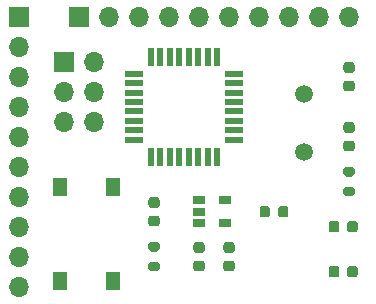
<source format=gbr>
%TF.GenerationSoftware,KiCad,Pcbnew,(5.1.9)-1*%
%TF.CreationDate,2021-04-29T17:58:46+08:00*%
%TF.ProjectId,arduino_pro_mini,61726475-696e-46f5-9f70-726f5f6d696e,rev?*%
%TF.SameCoordinates,Original*%
%TF.FileFunction,Soldermask,Top*%
%TF.FilePolarity,Negative*%
%FSLAX46Y46*%
G04 Gerber Fmt 4.6, Leading zero omitted, Abs format (unit mm)*
G04 Created by KiCad (PCBNEW (5.1.9)-1) date 2021-04-29 17:58:46*
%MOMM*%
%LPD*%
G01*
G04 APERTURE LIST*
%ADD10O,1.700000X1.700000*%
%ADD11R,1.700000X1.700000*%
%ADD12C,1.500000*%
%ADD13R,0.550000X1.600000*%
%ADD14R,1.600000X0.550000*%
%ADD15R,1.060000X0.650000*%
%ADD16R,1.300000X1.550000*%
G04 APERTURE END LIST*
D10*
%TO.C,J1*%
X148590000Y-41910000D03*
X146050000Y-41910000D03*
X148590000Y-39370000D03*
X146050000Y-39370000D03*
X148590000Y-36830000D03*
D11*
X146050000Y-36830000D03*
%TD*%
D12*
%TO.C,Y1*%
X166370000Y-39570000D03*
X166370000Y-44450000D03*
%TD*%
D13*
%TO.C,U2*%
X159010000Y-44890000D03*
X158210000Y-44890000D03*
X157410000Y-44890000D03*
X156610000Y-44890000D03*
X155810000Y-44890000D03*
X155010000Y-44890000D03*
X154210000Y-44890000D03*
X153410000Y-44890000D03*
D14*
X151960000Y-43440000D03*
X151960000Y-42640000D03*
X151960000Y-41840000D03*
X151960000Y-41040000D03*
X151960000Y-40240000D03*
X151960000Y-39440000D03*
X151960000Y-38640000D03*
X151960000Y-37840000D03*
D13*
X153410000Y-36390000D03*
X154210000Y-36390000D03*
X155010000Y-36390000D03*
X155810000Y-36390000D03*
X156610000Y-36390000D03*
X157410000Y-36390000D03*
X158210000Y-36390000D03*
X159010000Y-36390000D03*
D14*
X160460000Y-37840000D03*
X160460000Y-38640000D03*
X160460000Y-39440000D03*
X160460000Y-40240000D03*
X160460000Y-41040000D03*
X160460000Y-41840000D03*
X160460000Y-42640000D03*
X160460000Y-43440000D03*
%TD*%
D15*
%TO.C,U1*%
X159680000Y-48580000D03*
X159680000Y-50480000D03*
X157480000Y-50480000D03*
X157480000Y-49530000D03*
X157480000Y-48580000D03*
%TD*%
D16*
%TO.C,SW1*%
X150205000Y-55415000D03*
X145705000Y-55415000D03*
X145705000Y-47455000D03*
X150205000Y-47455000D03*
%TD*%
%TO.C,R2*%
G36*
G01*
X153945000Y-52915000D02*
X153395000Y-52915000D01*
G75*
G02*
X153195000Y-52715000I0J200000D01*
G01*
X153195000Y-52315000D01*
G75*
G02*
X153395000Y-52115000I200000J0D01*
G01*
X153945000Y-52115000D01*
G75*
G02*
X154145000Y-52315000I0J-200000D01*
G01*
X154145000Y-52715000D01*
G75*
G02*
X153945000Y-52915000I-200000J0D01*
G01*
G37*
G36*
G01*
X153945000Y-54565000D02*
X153395000Y-54565000D01*
G75*
G02*
X153195000Y-54365000I0J200000D01*
G01*
X153195000Y-53965000D01*
G75*
G02*
X153395000Y-53765000I200000J0D01*
G01*
X153945000Y-53765000D01*
G75*
G02*
X154145000Y-53965000I0J-200000D01*
G01*
X154145000Y-54365000D01*
G75*
G02*
X153945000Y-54565000I-200000J0D01*
G01*
G37*
%TD*%
%TO.C,R1*%
G36*
G01*
X170455000Y-46565000D02*
X169905000Y-46565000D01*
G75*
G02*
X169705000Y-46365000I0J200000D01*
G01*
X169705000Y-45965000D01*
G75*
G02*
X169905000Y-45765000I200000J0D01*
G01*
X170455000Y-45765000D01*
G75*
G02*
X170655000Y-45965000I0J-200000D01*
G01*
X170655000Y-46365000D01*
G75*
G02*
X170455000Y-46565000I-200000J0D01*
G01*
G37*
G36*
G01*
X170455000Y-48215000D02*
X169905000Y-48215000D01*
G75*
G02*
X169705000Y-48015000I0J200000D01*
G01*
X169705000Y-47615000D01*
G75*
G02*
X169905000Y-47415000I200000J0D01*
G01*
X170455000Y-47415000D01*
G75*
G02*
X170655000Y-47615000I0J-200000D01*
G01*
X170655000Y-48015000D01*
G75*
G02*
X170455000Y-48215000I-200000J0D01*
G01*
G37*
%TD*%
D10*
%TO.C,J3*%
X142240000Y-55880000D03*
X142240000Y-53340000D03*
X142240000Y-50800000D03*
X142240000Y-48260000D03*
X142240000Y-45720000D03*
X142240000Y-43180000D03*
X142240000Y-40640000D03*
X142240000Y-38100000D03*
X142240000Y-35560000D03*
D11*
X142240000Y-33020000D03*
%TD*%
D10*
%TO.C,J2*%
X170180000Y-33020000D03*
X167640000Y-33020000D03*
X165100000Y-33020000D03*
X162560000Y-33020000D03*
X160020000Y-33020000D03*
X157480000Y-33020000D03*
X154940000Y-33020000D03*
X152400000Y-33020000D03*
X149860000Y-33020000D03*
D11*
X147320000Y-33020000D03*
%TD*%
%TO.C,D1*%
G36*
G01*
X163480000Y-49273750D02*
X163480000Y-49786250D01*
G75*
G02*
X163261250Y-50005000I-218750J0D01*
G01*
X162823750Y-50005000D01*
G75*
G02*
X162605000Y-49786250I0J218750D01*
G01*
X162605000Y-49273750D01*
G75*
G02*
X162823750Y-49055000I218750J0D01*
G01*
X163261250Y-49055000D01*
G75*
G02*
X163480000Y-49273750I0J-218750D01*
G01*
G37*
G36*
G01*
X165055000Y-49273750D02*
X165055000Y-49786250D01*
G75*
G02*
X164836250Y-50005000I-218750J0D01*
G01*
X164398750Y-50005000D01*
G75*
G02*
X164180000Y-49786250I0J218750D01*
G01*
X164180000Y-49273750D01*
G75*
G02*
X164398750Y-49055000I218750J0D01*
G01*
X164836250Y-49055000D01*
G75*
G02*
X165055000Y-49273750I0J-218750D01*
G01*
G37*
%TD*%
%TO.C,C7*%
G36*
G01*
X169930000Y-38425000D02*
X170430000Y-38425000D01*
G75*
G02*
X170655000Y-38650000I0J-225000D01*
G01*
X170655000Y-39100000D01*
G75*
G02*
X170430000Y-39325000I-225000J0D01*
G01*
X169930000Y-39325000D01*
G75*
G02*
X169705000Y-39100000I0J225000D01*
G01*
X169705000Y-38650000D01*
G75*
G02*
X169930000Y-38425000I225000J0D01*
G01*
G37*
G36*
G01*
X169930000Y-36875000D02*
X170430000Y-36875000D01*
G75*
G02*
X170655000Y-37100000I0J-225000D01*
G01*
X170655000Y-37550000D01*
G75*
G02*
X170430000Y-37775000I-225000J0D01*
G01*
X169930000Y-37775000D01*
G75*
G02*
X169705000Y-37550000I0J225000D01*
G01*
X169705000Y-37100000D01*
G75*
G02*
X169930000Y-36875000I225000J0D01*
G01*
G37*
%TD*%
%TO.C,C6*%
G36*
G01*
X169930000Y-43505000D02*
X170430000Y-43505000D01*
G75*
G02*
X170655000Y-43730000I0J-225000D01*
G01*
X170655000Y-44180000D01*
G75*
G02*
X170430000Y-44405000I-225000J0D01*
G01*
X169930000Y-44405000D01*
G75*
G02*
X169705000Y-44180000I0J225000D01*
G01*
X169705000Y-43730000D01*
G75*
G02*
X169930000Y-43505000I225000J0D01*
G01*
G37*
G36*
G01*
X169930000Y-41955000D02*
X170430000Y-41955000D01*
G75*
G02*
X170655000Y-42180000I0J-225000D01*
G01*
X170655000Y-42630000D01*
G75*
G02*
X170430000Y-42855000I-225000J0D01*
G01*
X169930000Y-42855000D01*
G75*
G02*
X169705000Y-42630000I0J225000D01*
G01*
X169705000Y-42180000D01*
G75*
G02*
X169930000Y-41955000I225000J0D01*
G01*
G37*
%TD*%
%TO.C,C5*%
G36*
G01*
X159770000Y-53665000D02*
X160270000Y-53665000D01*
G75*
G02*
X160495000Y-53890000I0J-225000D01*
G01*
X160495000Y-54340000D01*
G75*
G02*
X160270000Y-54565000I-225000J0D01*
G01*
X159770000Y-54565000D01*
G75*
G02*
X159545000Y-54340000I0J225000D01*
G01*
X159545000Y-53890000D01*
G75*
G02*
X159770000Y-53665000I225000J0D01*
G01*
G37*
G36*
G01*
X159770000Y-52115000D02*
X160270000Y-52115000D01*
G75*
G02*
X160495000Y-52340000I0J-225000D01*
G01*
X160495000Y-52790000D01*
G75*
G02*
X160270000Y-53015000I-225000J0D01*
G01*
X159770000Y-53015000D01*
G75*
G02*
X159545000Y-52790000I0J225000D01*
G01*
X159545000Y-52340000D01*
G75*
G02*
X159770000Y-52115000I225000J0D01*
G01*
G37*
%TD*%
%TO.C,C4*%
G36*
G01*
X157230000Y-53665000D02*
X157730000Y-53665000D01*
G75*
G02*
X157955000Y-53890000I0J-225000D01*
G01*
X157955000Y-54340000D01*
G75*
G02*
X157730000Y-54565000I-225000J0D01*
G01*
X157230000Y-54565000D01*
G75*
G02*
X157005000Y-54340000I0J225000D01*
G01*
X157005000Y-53890000D01*
G75*
G02*
X157230000Y-53665000I225000J0D01*
G01*
G37*
G36*
G01*
X157230000Y-52115000D02*
X157730000Y-52115000D01*
G75*
G02*
X157955000Y-52340000I0J-225000D01*
G01*
X157955000Y-52790000D01*
G75*
G02*
X157730000Y-53015000I-225000J0D01*
G01*
X157230000Y-53015000D01*
G75*
G02*
X157005000Y-52790000I0J225000D01*
G01*
X157005000Y-52340000D01*
G75*
G02*
X157230000Y-52115000I225000J0D01*
G01*
G37*
%TD*%
%TO.C,C3*%
G36*
G01*
X170010000Y-54860000D02*
X170010000Y-54360000D01*
G75*
G02*
X170235000Y-54135000I225000J0D01*
G01*
X170685000Y-54135000D01*
G75*
G02*
X170910000Y-54360000I0J-225000D01*
G01*
X170910000Y-54860000D01*
G75*
G02*
X170685000Y-55085000I-225000J0D01*
G01*
X170235000Y-55085000D01*
G75*
G02*
X170010000Y-54860000I0J225000D01*
G01*
G37*
G36*
G01*
X168460000Y-54860000D02*
X168460000Y-54360000D01*
G75*
G02*
X168685000Y-54135000I225000J0D01*
G01*
X169135000Y-54135000D01*
G75*
G02*
X169360000Y-54360000I0J-225000D01*
G01*
X169360000Y-54860000D01*
G75*
G02*
X169135000Y-55085000I-225000J0D01*
G01*
X168685000Y-55085000D01*
G75*
G02*
X168460000Y-54860000I0J225000D01*
G01*
G37*
%TD*%
%TO.C,C2*%
G36*
G01*
X170010000Y-51050000D02*
X170010000Y-50550000D01*
G75*
G02*
X170235000Y-50325000I225000J0D01*
G01*
X170685000Y-50325000D01*
G75*
G02*
X170910000Y-50550000I0J-225000D01*
G01*
X170910000Y-51050000D01*
G75*
G02*
X170685000Y-51275000I-225000J0D01*
G01*
X170235000Y-51275000D01*
G75*
G02*
X170010000Y-51050000I0J225000D01*
G01*
G37*
G36*
G01*
X168460000Y-51050000D02*
X168460000Y-50550000D01*
G75*
G02*
X168685000Y-50325000I225000J0D01*
G01*
X169135000Y-50325000D01*
G75*
G02*
X169360000Y-50550000I0J-225000D01*
G01*
X169360000Y-51050000D01*
G75*
G02*
X169135000Y-51275000I-225000J0D01*
G01*
X168685000Y-51275000D01*
G75*
G02*
X168460000Y-51050000I0J225000D01*
G01*
G37*
%TD*%
%TO.C,C1*%
G36*
G01*
X153420000Y-49855000D02*
X153920000Y-49855000D01*
G75*
G02*
X154145000Y-50080000I0J-225000D01*
G01*
X154145000Y-50530000D01*
G75*
G02*
X153920000Y-50755000I-225000J0D01*
G01*
X153420000Y-50755000D01*
G75*
G02*
X153195000Y-50530000I0J225000D01*
G01*
X153195000Y-50080000D01*
G75*
G02*
X153420000Y-49855000I225000J0D01*
G01*
G37*
G36*
G01*
X153420000Y-48305000D02*
X153920000Y-48305000D01*
G75*
G02*
X154145000Y-48530000I0J-225000D01*
G01*
X154145000Y-48980000D01*
G75*
G02*
X153920000Y-49205000I-225000J0D01*
G01*
X153420000Y-49205000D01*
G75*
G02*
X153195000Y-48980000I0J225000D01*
G01*
X153195000Y-48530000D01*
G75*
G02*
X153420000Y-48305000I225000J0D01*
G01*
G37*
%TD*%
M02*

</source>
